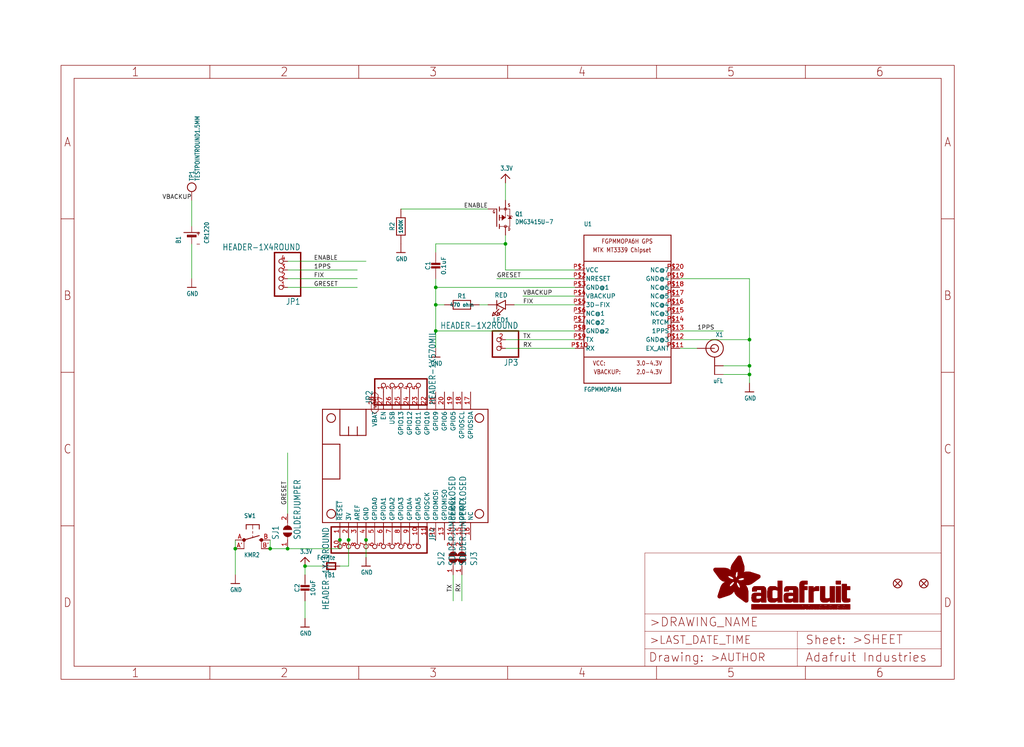
<source format=kicad_sch>
(kicad_sch (version 20211123) (generator eeschema)
  (paper "User" 298.45 217.881)
  (lib_symbols
    (symbol "eagleSchem-eagle-import:3.3V" (power)
      (property "Value" "3.3V" (at -1.524 1.016 0))
      (symbol "3.3V_1_0"
        (pin power_in line (at 0 -2.54 90) (length 2.54) (name "3.3V") (number "1"))
      )
    )
    (symbol "eagleSchem-eagle-import:ANTENNA_U.FL"
      (property "Reference" "X" (at -2.54 3.302 0))
      (property "Value" "ANTENNA_U.FL" (at -2.54 -10.16 0))
      (symbol "ANTENNA_U.FL_1_0"
        (pin passive line (at -2.54 -5.08 0) (length 2.54) (name "GND@0") (number "1"))
        (pin passive line (at -2.54 -7.62 0) (length 2.54) (name "GND@1") (number "2"))
        (pin passive line (at 5.08 0 180) (length 5.08) (name "SIGNAL") (number "3"))
      )
    )
    (symbol "eagleSchem-eagle-import:BATTERYCR1220_2"
      (property "Reference" "B" (at -2.54 3.175 0))
      (property "Value" "BATTERYCR1220_2" (at -2.54 -5.08 0))
      (symbol "BATTERYCR1220_2_1_0"
        (text "+" (at 1.27 -1.143 900) (effects (font (size 1.27 1.0795)) (justify right top)))
        (text "-" (at -1.778 -1.143 900) (effects (font (size 1.27 1.0795)) (justify right top)))
        (pin passive line (at 2.54 0 180) (length 0) (name "+") (number "+"))
        (pin passive line (at -2.54 0 0) (length 0) (name "-") (number "-"))
      )
    )
    (symbol "eagleSchem-eagle-import:CAP_CERAMIC0805-NOOUTLINE"
      (property "Reference" "C" (at -2.29 1.25 90))
      (property "Value" "CAP_CERAMIC0805-NOOUTLINE" (at 2.3 1.25 90))
      (symbol "CAP_CERAMIC0805-NOOUTLINE_1_0"
        (pin passive line (at 0 5.08 270) (length 2.54) (name "1") (number "1"))
        (pin passive line (at 0 -2.54 90) (length 2.54) (name "2") (number "2"))
      )
    )
    (symbol "eagleSchem-eagle-import:FEATHERWING"
      (symbol "FEATHERWING_1_0"
        (pin input line (at 5.08 -5.08 90) (length 5.08) (name "~{RESET}") (number "1"))
        (pin bidirectional line (at 27.94 -5.08 90) (length 5.08) (name "GPIOA5") (number "10"))
        (pin bidirectional line (at 30.48 -5.08 90) (length 5.08) (name "GPIOSCK") (number "11"))
        (pin bidirectional line (at 33.02 -5.08 90) (length 5.08) (name "GPIOMOSI") (number "12"))
        (pin bidirectional line (at 35.56 -5.08 90) (length 5.08) (name "GPIOMISO") (number "13"))
        (pin bidirectional line (at 38.1 -5.08 90) (length 5.08) (name "GPIORX") (number "14"))
        (pin bidirectional line (at 40.64 -5.08 90) (length 5.08) (name "GPIOTX") (number "15"))
        (pin passive line (at 43.18 -5.08 90) (length 5.08) (name "NC") (number "16"))
        (pin bidirectional line (at 43.18 38.1 270) (length 5.08) (name "GPIOSDA") (number "17"))
        (pin bidirectional line (at 40.64 38.1 270) (length 5.08) (name "GPIOSCL") (number "18"))
        (pin bidirectional line (at 38.1 38.1 270) (length 5.08) (name "GPIO5") (number "19"))
        (pin power_in line (at 7.62 -5.08 90) (length 5.08) (name "3V") (number "2"))
        (pin bidirectional line (at 35.56 38.1 270) (length 5.08) (name "GPIO6") (number "20"))
        (pin bidirectional line (at 33.02 38.1 270) (length 5.08) (name "GPIO9") (number "21"))
        (pin bidirectional line (at 30.48 38.1 270) (length 5.08) (name "GPIO10") (number "22"))
        (pin bidirectional line (at 27.94 38.1 270) (length 5.08) (name "GPIO11") (number "23"))
        (pin bidirectional line (at 25.4 38.1 270) (length 5.08) (name "GPIO12") (number "24"))
        (pin bidirectional line (at 22.86 38.1 270) (length 5.08) (name "GPIO13") (number "25"))
        (pin power_in line (at 20.32 38.1 270) (length 5.08) (name "USB") (number "26"))
        (pin passive line (at 17.78 38.1 270) (length 5.08) (name "EN") (number "27"))
        (pin power_in line (at 15.24 38.1 270) (length 5.08) (name "VBAT") (number "28"))
        (pin passive line (at 10.16 -5.08 90) (length 5.08) (name "AREF") (number "3"))
        (pin power_in line (at 12.7 -5.08 90) (length 5.08) (name "GND") (number "4"))
        (pin bidirectional line (at 15.24 -5.08 90) (length 5.08) (name "GPIOA0") (number "5"))
        (pin bidirectional line (at 17.78 -5.08 90) (length 5.08) (name "GPIOA1") (number "6"))
        (pin bidirectional line (at 20.32 -5.08 90) (length 5.08) (name "GPIOA2") (number "7"))
        (pin bidirectional line (at 22.86 -5.08 90) (length 5.08) (name "GPIOA3") (number "8"))
        (pin bidirectional line (at 25.4 -5.08 90) (length 5.08) (name "GPIOA4") (number "9"))
      )
    )
    (symbol "eagleSchem-eagle-import:FERRITE-0805NO"
      (property "Reference" "FB" (at -1.27 1.905 0))
      (property "Value" "FERRITE-0805NO" (at -1.27 -3.175 0))
      (symbol "FERRITE-0805NO_1_0"
        (pin passive line (at -2.54 0 0) (length 2.54) (name "P$1") (number "1"))
        (pin passive line (at 2.54 0 180) (length 2.54) (name "P$2") (number "2"))
      )
    )
    (symbol "eagleSchem-eagle-import:FIDUCIAL{dblquote}{dblquote}")
    (symbol "eagleSchem-eagle-import:FRAME_A4_ADAFRUIT"
      (symbol "FRAME_A4_ADAFRUIT_1_0"
        (text "1" (at 21.6958 1.905 0) (effects (font (size 2.54 2.286))))
        (text "1" (at 21.6958 177.165 0) (effects (font (size 2.54 2.286))))
        (text "2" (at 65.0875 1.905 0) (effects (font (size 2.54 2.286))))
        (text "2" (at 65.0875 177.165 0) (effects (font (size 2.54 2.286))))
        (text "3" (at 108.4792 1.905 0) (effects (font (size 2.54 2.286))))
        (text "3" (at 108.4792 177.165 0) (effects (font (size 2.54 2.286))))
        (text "4" (at 151.8708 1.905 0) (effects (font (size 2.54 2.286))))
        (text "4" (at 151.8708 177.165 0) (effects (font (size 2.54 2.286))))
        (text "5" (at 195.2625 1.905 0) (effects (font (size 2.54 2.286))))
        (text "5" (at 195.2625 177.165 0) (effects (font (size 2.54 2.286))))
        (text "6" (at 238.6542 1.905 0) (effects (font (size 2.54 2.286))))
        (text "6" (at 238.6542 177.165 0) (effects (font (size 2.54 2.286))))
        (text ">AUTHOR" (at 189.23 5.08 0) (effects (font (size 2.286 2.286)) (justify left bottom)))
        (text ">DRAWING_NAME" (at 171.45 15.24 0) (effects (font (size 2.54 2.54)) (justify left bottom)))
        (text ">LAST_DATE_TIME" (at 171.45 10.16 0) (effects (font (size 2.286 2.286)) (justify left bottom)))
        (text ">SHEET" (at 230.505 10.16 0) (effects (font (size 2.54 2.54)) (justify left bottom)))
        (text "A" (at 1.905 156.6863 0) (effects (font (size 2.54 2.286))))
        (text "A" (at 258.445 156.6863 0) (effects (font (size 2.54 2.286))))
        (text "Adafruit Industries" (at 216.916 4.953 0) (effects (font (size 2.54 2.54)) (justify left bottom)))
        (text "B" (at 1.905 111.9188 0) (effects (font (size 2.54 2.286))))
        (text "B" (at 258.445 111.9188 0) (effects (font (size 2.54 2.286))))
        (text "C" (at 1.905 67.1513 0) (effects (font (size 2.54 2.286))))
        (text "C" (at 258.445 67.1513 0) (effects (font (size 2.54 2.286))))
        (text "D" (at 1.905 22.3838 0) (effects (font (size 2.54 2.286))))
        (text "D" (at 258.445 22.3838 0) (effects (font (size 2.54 2.286))))
        (text "Drawing:" (at 171.196 4.953 0) (effects (font (size 2.54 2.54)) (justify left bottom)))
        (text "Sheet:" (at 216.916 10.033 0) (effects (font (size 2.54 2.54)) (justify left bottom)))
      )
    )
    (symbol "eagleSchem-eagle-import:GND" (power)
      (property "Value" "GND" (at -1.524 -2.54 0))
      (symbol "GND_1_0"
        (pin power_in line (at 0 2.54 270) (length 2.54) (name "GND") (number "1"))
      )
    )
    (symbol "eagleSchem-eagle-import:GPS_FGPMMOPA6H"
      (property "Reference" "U" (at -12.7 22.86 0))
      (property "Value" "GPS_FGPMMOPA6H" (at -12.7 -25.4 0))
      (symbol "GPS_FGPMMOPA6H_1_0"
        (text "2.0-4.3V" (at 2.54 -20.32 0) (effects (font (size 1.27 1.0795)) (justify left bottom)))
        (text "3.0-4.3V" (at 2.54 -17.78 0) (effects (font (size 1.27 1.0795)) (justify left bottom)))
        (text "FGPMMOPA6H GPS" (at -7.62 17.78 0) (effects (font (size 1.27 1.0795)) (justify left bottom)))
        (text "MTK MT3339 Chipset" (at -10.16 15.24 0) (effects (font (size 1.27 1.0795)) (justify left bottom)))
        (text "VBACKUP:" (at -9.906 -20.32 0) (effects (font (size 1.27 1.0795)) (justify left bottom)))
        (text "VCC:" (at -10.16 -17.78 0) (effects (font (size 1.27 1.0795)) (justify left bottom)))
        (pin bidirectional line (at -15.24 10.16 0) (length 2.54) (name "VCC") (number "P$1"))
        (pin bidirectional line (at -15.24 -12.7 0) (length 2.54) (name "RX") (number "P$10"))
        (pin bidirectional line (at 15.24 -12.7 180) (length 2.54) (name "EX_ANT") (number "P$11"))
        (pin bidirectional line (at 15.24 -10.16 180) (length 2.54) (name "GND@3") (number "P$12"))
        (pin bidirectional line (at 15.24 -7.62 180) (length 2.54) (name "1PPS") (number "P$13"))
        (pin bidirectional line (at 15.24 -5.08 180) (length 2.54) (name "RTCM") (number "P$14"))
        (pin bidirectional line (at 15.24 -2.54 180) (length 2.54) (name "NC@3") (number "P$15"))
        (pin bidirectional line (at 15.24 0 180) (length 2.54) (name "NC@4") (number "P$16"))
        (pin bidirectional line (at 15.24 2.54 180) (length 2.54) (name "NC@5") (number "P$17"))
        (pin bidirectional line (at 15.24 5.08 180) (length 2.54) (name "NC@6") (number "P$18"))
        (pin bidirectional line (at 15.24 7.62 180) (length 2.54) (name "GND@4") (number "P$19"))
        (pin bidirectional line (at -15.24 7.62 0) (length 2.54) (name "NRESET") (number "P$2"))
        (pin bidirectional line (at 15.24 10.16 180) (length 2.54) (name "NC@7") (number "P$20"))
        (pin bidirectional line (at -15.24 5.08 0) (length 2.54) (name "GND@1") (number "P$3"))
        (pin bidirectional line (at -15.24 2.54 0) (length 2.54) (name "VBACKUP") (number "P$4"))
        (pin bidirectional line (at -15.24 0 0) (length 2.54) (name "3D-FIX") (number "P$5"))
        (pin bidirectional line (at -15.24 -2.54 0) (length 2.54) (name "NC@1") (number "P$6"))
        (pin bidirectional line (at -15.24 -5.08 0) (length 2.54) (name "NC@2") (number "P$7"))
        (pin bidirectional line (at -15.24 -7.62 0) (length 2.54) (name "GND@2") (number "P$8"))
        (pin bidirectional line (at -15.24 -10.16 0) (length 2.54) (name "TX") (number "P$9"))
      )
    )
    (symbol "eagleSchem-eagle-import:HEADER-1X10ROUND"
      (property "Reference" "JP" (at -6.35 13.335 0))
      (property "Value" "HEADER-1X10ROUND" (at -6.35 -17.78 0))
      (symbol "HEADER-1X10ROUND_1_0"
        (pin passive inverted (at -2.54 10.16 0) (length 2.54) (name "1") (number "1"))
        (pin passive inverted (at -2.54 -12.7 0) (length 2.54) (name "10") (number "10"))
        (pin passive inverted (at -2.54 7.62 0) (length 2.54) (name "2") (number "2"))
        (pin passive inverted (at -2.54 5.08 0) (length 2.54) (name "3") (number "3"))
        (pin passive inverted (at -2.54 2.54 0) (length 2.54) (name "4") (number "4"))
        (pin passive inverted (at -2.54 0 0) (length 2.54) (name "5") (number "5"))
        (pin passive inverted (at -2.54 -2.54 0) (length 2.54) (name "6") (number "6"))
        (pin passive inverted (at -2.54 -5.08 0) (length 2.54) (name "7") (number "7"))
        (pin passive inverted (at -2.54 -7.62 0) (length 2.54) (name "8") (number "8"))
        (pin passive inverted (at -2.54 -10.16 0) (length 2.54) (name "9") (number "9"))
      )
    )
    (symbol "eagleSchem-eagle-import:HEADER-1X2ROUND"
      (property "Reference" "JP" (at -6.35 5.715 0))
      (property "Value" "HEADER-1X2ROUND" (at -6.35 -5.08 0))
      (symbol "HEADER-1X2ROUND_1_0"
        (pin passive inverted (at -2.54 2.54 0) (length 2.54) (name "1") (number "1"))
        (pin passive inverted (at -2.54 0 0) (length 2.54) (name "2") (number "2"))
      )
    )
    (symbol "eagleSchem-eagle-import:HEADER-1X4ROUND"
      (property "Reference" "JP" (at -6.35 8.255 0))
      (property "Value" "HEADER-1X4ROUND" (at -6.35 -7.62 0))
      (symbol "HEADER-1X4ROUND_1_0"
        (pin passive inverted (at -2.54 5.08 0) (length 2.54) (name "1") (number "1"))
        (pin passive inverted (at -2.54 2.54 0) (length 2.54) (name "2") (number "2"))
        (pin passive inverted (at -2.54 0 0) (length 2.54) (name "3") (number "3"))
        (pin passive inverted (at -2.54 -2.54 0) (length 2.54) (name "4") (number "4"))
      )
    )
    (symbol "eagleSchem-eagle-import:HEADER-1X570MIL"
      (property "Reference" "JP" (at -6.35 8.255 0))
      (property "Value" "HEADER-1X570MIL" (at -6.35 -10.16 0))
      (symbol "HEADER-1X570MIL_1_0"
        (pin passive inverted (at -2.54 5.08 0) (length 2.54) (name "1") (number "1"))
        (pin passive inverted (at -2.54 2.54 0) (length 2.54) (name "2") (number "2"))
        (pin passive inverted (at -2.54 0 0) (length 2.54) (name "3") (number "3"))
        (pin passive inverted (at -2.54 -2.54 0) (length 2.54) (name "4") (number "4"))
        (pin passive inverted (at -2.54 -5.08 0) (length 2.54) (name "5") (number "5"))
      )
    )
    (symbol "eagleSchem-eagle-import:LED0805_NOOUTLINE"
      (property "Reference" "D" (at -1.27 4.445 0))
      (property "Value" "LED0805_NOOUTLINE" (at -1.27 -2.794 0))
      (symbol "LED0805_NOOUTLINE_1_0"
        (pin passive line (at -5.08 0 0) (length 2.54) (name "A") (number "A"))
        (pin passive line (at 2.54 0 180) (length 2.54) (name "C") (number "C"))
      )
    )
    (symbol "eagleSchem-eagle-import:MOSFET-PWIDE"
      (property "Reference" "Q" (at 2.794 0.381 0))
      (property "Value" "MOSFET-PWIDE" (at 2.794 -1.905 0))
      (symbol "MOSFET-PWIDE_1_0"
        (text "D" (at 0.635 -3.81 0) (effects (font (size 0.8128 0.6908)) (justify left bottom)))
        (text "G" (at -3.81 1.27 0) (effects (font (size 0.8128 0.6908)) (justify left bottom)))
        (text "S" (at 0.635 3.175 0) (effects (font (size 0.8128 0.6908)) (justify left bottom)))
        (pin passive line (at -5.08 2.54 0) (length 2.54) (name "G") (number "1"))
        (pin passive line (at 0 5.08 270) (length 2.54) (name "S") (number "2"))
        (pin passive line (at 0 -5.08 90) (length 2.54) (name "D") (number "3"))
      )
    )
    (symbol "eagleSchem-eagle-import:RESISTOR0805_NOOUTLINE"
      (property "Reference" "R" (at 0 2.54 0))
      (property "Value" "RESISTOR0805_NOOUTLINE" (at 0 0 0))
      (symbol "RESISTOR0805_NOOUTLINE_1_0"
        (pin passive line (at -5.08 0 0) (length 2.54) (name "1") (number "1"))
        (pin passive line (at 5.08 0 180) (length 2.54) (name "2") (number "2"))
      )
    )
    (symbol "eagleSchem-eagle-import:SOLDERJUMPER"
      (property "Reference" "SJ" (at -2.54 2.54 0))
      (property "Value" "SOLDERJUMPER" (at -2.54 -3.81 0))
      (symbol "SOLDERJUMPER_1_0"
        (pin passive line (at -5.08 0 0) (length 2.54) (name "1") (number "1"))
        (pin passive line (at 5.08 0 180) (length 2.54) (name "2") (number "2"))
      )
    )
    (symbol "eagleSchem-eagle-import:SOLDERJUMPERCLOSED"
      (property "Reference" "SJ" (at -2.54 2.54 0))
      (property "Value" "SOLDERJUMPERCLOSED" (at -2.54 -3.81 0))
      (symbol "SOLDERJUMPERCLOSED_1_0"
        (pin passive line (at -5.08 0 0) (length 2.54) (name "1") (number "1"))
        (pin passive line (at 5.08 0 180) (length 2.54) (name "2") (number "2"))
      )
    )
    (symbol "eagleSchem-eagle-import:SWITCH_TACT_SMT4.6X2.8"
      (property "Reference" "SW" (at -2.54 6.35 0))
      (property "Value" "SWITCH_TACT_SMT4.6X2.8" (at -2.54 -5.08 0))
      (symbol "SWITCH_TACT_SMT4.6X2.8_1_0"
        (pin passive line (at -5.08 0 0) (length 2.54) (name "P") (number "A"))
        (pin passive line (at -5.08 -2.54 0) (length 2.54) (name "P1") (number "A'"))
        (pin passive line (at 5.08 0 180) (length 2.54) (name "S") (number "B"))
        (pin passive line (at 5.08 -2.54 180) (length 2.54) (name "S1") (number "B'"))
      )
    )
    (symbol "eagleSchem-eagle-import:TESTPOINTROUND1.5MM"
      (property "Reference" "TP" (at 0 5.588 90))
      (property "Value" "TESTPOINTROUND1.5MM" (at 1.651 5.588 90))
      (symbol "TESTPOINTROUND1.5MM_1_0"
        (pin bidirectional line (at 0 0 90) (length 2.54) (name "P$1") (number "P$1"))
      )
    )
  )
  (junction (at 83.82 160.02))
  (junction (at 88.9 165.1))
  (junction (at 147.32 71.12))
  (junction (at 68.58 160.02))
  (junction (at 127 83.82))
  (junction (at 218.44 109.22))
  (junction (at 218.44 99.06))
  (junction (at 218.44 106.68))
  (junction (at 78.74 160.02))
  (junction (at 101.6 157.48))
  (junction (at 127 96.52))
  (junction (at 106.68 157.48))
  (junction (at 127 88.9))
  (junction (at 99.06 157.48))
  (wire (pts (xy 68.58 157.48) (xy 68.58 160.02)))
  (wire (pts (xy 106.68 162.56) (xy 106.68 157.48)))
  (wire (pts (xy 68.58 160.02) (xy 68.58 167.64)))
  (wire (pts (xy 210.82 106.68) (xy 218.44 106.68)))
  (wire (pts (xy 198.12 101.6) (xy 203.2 101.6)))
  (wire (pts (xy 167.64 101.6) (xy 147.32 101.6)))
  (wire (pts (xy 167.64 96.52) (xy 127 96.52)))
  (wire (pts (xy 55.88 71.12) (xy 55.88 81.28)))
  (wire (pts (xy 88.9 175.26) (xy 88.9 180.34)))
  (wire (pts (xy 127 83.82) (xy 127 88.9)))
  (wire (pts (xy 147.32 53.34) (xy 147.32 58.42)))
  (wire (pts (xy 104.14 83.82) (xy 83.82 83.82)))
  (wire (pts (xy 218.44 106.68) (xy 218.44 109.22)))
  (wire (pts (xy 83.82 149.86) (xy 83.82 132.08)))
  (wire (pts (xy 78.74 160.02) (xy 83.82 160.02)))
  (wire (pts (xy 218.44 109.22) (xy 218.44 111.76)))
  (wire (pts (xy 142.24 88.9) (xy 139.7 88.9)))
  (wire (pts (xy 83.82 76.2) (xy 106.68 76.2)))
  (wire (pts (xy 198.12 96.52) (xy 210.82 96.52)))
  (wire (pts (xy 88.9 165.1) (xy 88.9 167.64)))
  (wire (pts (xy 99.06 160.02) (xy 99.06 157.48)))
  (wire (pts (xy 167.64 78.74) (xy 147.32 78.74)))
  (wire (pts (xy 55.88 66.04) (xy 55.88 58.42)))
  (wire (pts (xy 83.82 160.02) (xy 99.06 160.02)))
  (wire (pts (xy 93.98 165.1) (xy 88.9 165.1)))
  (wire (pts (xy 167.64 99.06) (xy 147.32 99.06)))
  (wire (pts (xy 142.24 60.96) (xy 116.84 60.96)))
  (wire (pts (xy 83.82 78.74) (xy 104.14 78.74)))
  (wire (pts (xy 101.6 165.1) (xy 99.06 165.1)))
  (wire (pts (xy 127 96.52) (xy 127 101.6)))
  (wire (pts (xy 127 73.66) (xy 127 71.12)))
  (wire (pts (xy 129.54 88.9) (xy 127 88.9)))
  (wire (pts (xy 101.6 157.48) (xy 101.6 165.1)))
  (wire (pts (xy 78.74 157.48) (xy 78.74 160.02)))
  (wire (pts (xy 167.64 81.28) (xy 144.78 81.28)))
  (wire (pts (xy 218.44 99.06) (xy 218.44 106.68)))
  (wire (pts (xy 167.64 88.9) (xy 149.86 88.9)))
  (wire (pts (xy 127 71.12) (xy 147.32 71.12)))
  (wire (pts (xy 147.32 71.12) (xy 147.32 78.74)))
  (wire (pts (xy 134.62 167.64) (xy 134.62 175.26)))
  (wire (pts (xy 83.82 81.28) (xy 104.14 81.28)))
  (wire (pts (xy 218.44 81.28) (xy 218.44 99.06)))
  (wire (pts (xy 198.12 81.28) (xy 218.44 81.28)))
  (wire (pts (xy 167.64 86.36) (xy 152.4 86.36)))
  (wire (pts (xy 198.12 99.06) (xy 218.44 99.06)))
  (wire (pts (xy 132.08 167.64) (xy 132.08 175.26)))
  (wire (pts (xy 210.82 109.22) (xy 218.44 109.22)))
  (wire (pts (xy 147.32 68.58) (xy 147.32 71.12)))
  (wire (pts (xy 127 81.28) (xy 127 83.82)))
  (wire (pts (xy 127 88.9) (xy 127 96.52)))
  (wire (pts (xy 167.64 83.82) (xy 127 83.82)))
  (label "GRESET" (at 144.78 81.28 0) (effects (font (size 1.2446 1.2446))))
  (label "GRESET" (at 91.44 83.82 0) (effects (font (size 1.2446 1.2446))))
  (label "TX" (at 132.08 172.72 90) (effects (font (size 1.2446 1.2446))))
  (label "ENABLE" (at 91.44 76.2 0) (effects (font (size 1.2446 1.2446))))
  (label "VBACKUP" (at 152.4 86.36 0) (effects (font (size 1.2446 1.2446))))
  (label "FIX" (at 152.4 88.9 0) (effects (font (size 1.2446 1.2446))))
  (label "ENABLE" (at 142.24 60.96 180) (effects (font (size 1.2446 1.2446))))
  (label "1PPS" (at 91.44 78.74 0) (effects (font (size 1.2446 1.2446))))
  (label "RX" (at 134.62 172.72 90) (effects (font (size 1.2446 1.2446))))
  (label "VBACKUP" (at 55.88 58.42 180) (effects (font (size 1.2446 1.2446))))
  (label "TX" (at 152.4 99.06 0) (effects (font (size 1.2446 1.2446))))
  (label "FIX" (at 91.44 81.28 0) (effects (font (size 1.2446 1.2446))))
  (label "GRESET" (at 83.82 147.32 90) (effects (font (size 1.2446 1.2446))))
  (label "1PPS" (at 203.2 96.52 0) (effects (font (size 1.2446 1.2446))))
  (label "RX" (at 152.4 101.6 0) (effects (font (size 1.2446 1.2446))))
  (global_label "VBAT" (shape bidirectional) (at 109.22 114.3 270) (effects (font (size 1.016 1.016))) (property "Intersheet References" "${INTERSHEET_REFS}" (effects hide)))
  (symbol (lib_id "eagleSchem-eagle-import:HEADER-1X570MIL") (at 116.84 111.76 90) (unit 1)
    (property "Reference" "JP2" (at 108.585 118.11 0) (effects (font (size 1.778 1.5113)) (justify left bottom)))
    (property "Value" "HEADER-1X570MIL" (at 127 118.11 0) (effects (font (size 1.778 1.5113)) (justify left bottom)))
    (property "Footprint" "eagleSchem:1X05_ROUND_70" (effects hide))
  )
  (symbol (lib_id "eagleSchem-eagle-import:CAP_CERAMIC0805-NOOUTLINE") (at 88.9 172.72 0) (unit 1)
    (property "Reference" "C2" (at 86.61 171.47 90))
    (property "Value" "10uF" (at 91.2 171.47 90))
    (property "Footprint" "eagleSchem:0805-NO" (effects hide))
  )
  (symbol (lib_id "eagleSchem-eagle-import:GPS_FGPMMOPA6H") (at 182.88 88.9 0) (unit 1)
    (property "Reference" "U1" (at 170.18 66.04 0) (effects (font (size 1.27 1.0795)) (justify left bottom)))
    (property "Value" "FGPMMOPA6H" (at 170.18 114.3 0) (effects (font (size 1.27 1.0795)) (justify left bottom)))
    (property "Footprint" "eagleSchem:FGPMMOPA6H" (effects hide))
  )
  (symbol (lib_id "eagleSchem-eagle-import:GND") (at 218.44 114.3 0) (unit 1)
    (property "Reference" "#U$19" (effects hide))
    (property "Value" "GND" (at 216.916 116.84 0) (effects (font (size 1.27 1.0795)) (justify left bottom)))
    (property "Footprint" "eagleSchem:" (effects hide))
  )
  (symbol (lib_id "eagleSchem-eagle-import:TESTPOINTROUND1.5MM") (at 55.88 58.42 0) (unit 1)
    (property "Reference" "TP1" (at 55.88 52.832 90) (effects (font (size 1.27 1.0795)) (justify left)))
    (property "Value" "TESTPOINTROUND1.5MM" (at 57.531 52.832 90) (effects (font (size 1.27 1.0795)) (justify left)))
    (property "Footprint" "eagleSchem:TESTPOINT_ROUND_1.5MM" (effects hide))
  )
  (symbol (lib_id "eagleSchem-eagle-import:SOLDERJUMPER") (at 83.82 154.94 90) (unit 1)
    (property "Reference" "SJ1" (at 81.28 157.48 0) (effects (font (size 1.778 1.5113)) (justify left bottom)))
    (property "Value" "SOLDERJUMPER" (at 87.63 157.48 0) (effects (font (size 1.778 1.5113)) (justify left bottom)))
    (property "Footprint" "eagleSchem:SOLDERJUMPER_ARROW_NOPASTE" (effects hide))
  )
  (symbol (lib_id "eagleSchem-eagle-import:GND") (at 106.68 165.1 0) (unit 1)
    (property "Reference" "#U$8" (effects hide))
    (property "Value" "GND" (at 105.156 167.64 0) (effects (font (size 1.27 1.0795)) (justify left bottom)))
    (property "Footprint" "eagleSchem:" (effects hide))
  )
  (symbol (lib_id "eagleSchem-eagle-import:RESISTOR0805_NOOUTLINE") (at 116.84 66.04 90) (unit 1)
    (property "Reference" "R2" (at 114.3 66.04 0))
    (property "Value" "100K" (at 116.84 66.04 0) (effects (font (size 1.016 1.016) bold)))
    (property "Footprint" "eagleSchem:0805-NO" (effects hide))
  )
  (symbol (lib_id "eagleSchem-eagle-import:BATTERYCR1220_2") (at 55.88 68.58 90) (unit 1)
    (property "Reference" "B1" (at 52.705 71.12 0) (effects (font (size 1.27 1.0795)) (justify left bottom)))
    (property "Value" "CR1220" (at 60.96 71.12 0) (effects (font (size 1.27 1.0795)) (justify left bottom)))
    (property "Footprint" "eagleSchem:CR1220-2" (effects hide))
  )
  (symbol (lib_id "eagleSchem-eagle-import:GND") (at 116.84 73.66 0) (unit 1)
    (property "Reference" "#U$7" (effects hide))
    (property "Value" "GND" (at 115.316 76.2 0) (effects (font (size 1.27 1.0795)) (justify left bottom)))
    (property "Footprint" "eagleSchem:" (effects hide))
  )
  (symbol (lib_id "eagleSchem-eagle-import:CAP_CERAMIC0805-NOOUTLINE") (at 127 78.74 0) (unit 1)
    (property "Reference" "C1" (at 124.71 77.49 90))
    (property "Value" "0.1uF" (at 129.3 77.49 90))
    (property "Footprint" "eagleSchem:0805-NO" (effects hide))
  )
  (symbol (lib_id "eagleSchem-eagle-import:LED0805_NOOUTLINE") (at 144.78 88.9 180) (unit 1)
    (property "Reference" "LED1" (at 146.05 93.345 0))
    (property "Value" "RED" (at 146.05 86.106 0))
    (property "Footprint" "eagleSchem:CHIPLED_0805_NOOUTLINE" (effects hide))
  )
  (symbol (lib_id "eagleSchem-eagle-import:FEATHERWING") (at 93.98 152.4 0) (unit 1)
    (property "Reference" "MS1" (effects hide))
    (property "Value" "FEATHERWING" (effects hide))
    (property "Footprint" "eagleSchem:FEATHERWING" (effects hide))
  )
  (symbol (lib_id "eagleSchem-eagle-import:FERRITE-0805NO") (at 96.52 165.1 180) (unit 1)
    (property "Reference" "FB1" (at 97.79 167.005 0) (effects (font (size 1.27 1.0795)) (justify left bottom)))
    (property "Value" "Ferrite" (at 97.79 161.925 0) (effects (font (size 1.27 1.0795)) (justify left bottom)))
    (property "Footprint" "eagleSchem:0805-NO" (effects hide))
  )
  (symbol (lib_id "eagleSchem-eagle-import:3.3V") (at 88.9 162.56 0) (unit 1)
    (property "Reference" "#U$3" (effects hide))
    (property "Value" "3.3V" (at 87.376 161.544 0) (effects (font (size 1.27 1.0795)) (justify left bottom)))
    (property "Footprint" "eagleSchem:" (effects hide))
  )
  (symbol (lib_id "eagleSchem-eagle-import:FIDUCIAL{dblquote}{dblquote}") (at 269.24 170.18 0) (unit 1)
    (property "Reference" "FID1" (effects hide))
    (property "Value" "FIDUCIAL{dblquote}{dblquote}" (effects hide))
    (property "Footprint" "eagleSchem:FIDUCIAL_1MM" (effects hide))
  )
  (symbol (lib_id "eagleSchem-eagle-import:HEADER-1X10ROUND") (at 111.76 160.02 270) (unit 1)
    (property "Reference" "JP4" (at 125.095 153.67 0) (effects (font (size 1.778 1.5113)) (justify left bottom)))
    (property "Value" "HEADER-1X10ROUND" (at 93.98 153.67 0) (effects (font (size 1.778 1.5113)) (justify left bottom)))
    (property "Footprint" "eagleSchem:1X10_ROUND" (effects hide))
  )
  (symbol (lib_id "eagleSchem-eagle-import:3.3V") (at 147.32 50.8 0) (unit 1)
    (property "Reference" "#U$4" (effects hide))
    (property "Value" "3.3V" (at 145.796 49.784 0) (effects (font (size 1.27 1.0795)) (justify left bottom)))
    (property "Footprint" "eagleSchem:" (effects hide))
  )
  (symbol (lib_id "eagleSchem-eagle-import:ANTENNA_U.FL") (at 208.28 101.6 0) (mirror y) (unit 1)
    (property "Reference" "X1" (at 210.82 98.298 0) (effects (font (size 1.27 1.0795)) (justify left bottom)))
    (property "Value" "uFL" (at 210.82 111.76 0) (effects (font (size 1.27 1.0795)) (justify left bottom)))
    (property "Footprint" "eagleSchem:U.FL" (effects hide))
  )
  (symbol (lib_id "eagleSchem-eagle-import:GND") (at 88.9 182.88 0) (unit 1)
    (property "Reference" "#U$5" (effects hide))
    (property "Value" "GND" (at 87.376 185.42 0) (effects (font (size 1.27 1.0795)) (justify left bottom)))
    (property "Footprint" "eagleSchem:" (effects hide))
  )
  (symbol (lib_id "eagleSchem-eagle-import:SOLDERJUMPERCLOSED") (at 132.08 162.56 90) (unit 1)
    (property "Reference" "SJ2" (at 129.54 165.1 0) (effects (font (size 1.778 1.5113)) (justify left bottom)))
    (property "Value" "SOLDERJUMPERCLOSED" (at 135.89 165.1 0) (effects (font (size 1.778 1.5113)) (justify left bottom)))
    (property "Footprint" "eagleSchem:SOLDERJUMPER_CLOSEDWIRE" (effects hide))
  )
  (symbol (lib_id "eagleSchem-eagle-import:FIDUCIAL{dblquote}{dblquote}") (at 261.62 170.18 0) (unit 1)
    (property "Reference" "FID2" (effects hide))
    (property "Value" "FIDUCIAL{dblquote}{dblquote}" (effects hide))
    (property "Footprint" "eagleSchem:FIDUCIAL_1MM" (effects hide))
  )
  (symbol (lib_id "eagleSchem-eagle-import:FRAME_A4_ADAFRUIT") (at 17.78 198.12 0) (unit 1)
    (property "Reference" "#U$1" (effects hide))
    (property "Value" "FRAME_A4_ADAFRUIT" (effects hide))
    (property "Footprint" "eagleSchem:" (effects hide))
  )
  (symbol (lib_id "eagleSchem-eagle-import:RESISTOR0805_NOOUTLINE") (at 134.62 88.9 0) (unit 1)
    (property "Reference" "R1" (at 134.62 86.36 0))
    (property "Value" "470 ohm" (at 134.62 88.9 0) (effects (font (size 1.016 1.016) bold)))
    (property "Footprint" "eagleSchem:0805-NO" (effects hide))
  )
  (symbol (lib_id "eagleSchem-eagle-import:SOLDERJUMPERCLOSED") (at 134.62 162.56 270) (mirror x) (unit 1)
    (property "Reference" "SJ3" (at 137.16 165.1 0) (effects (font (size 1.778 1.5113)) (justify left bottom)))
    (property "Value" "SOLDERJUMPERCLOSED" (at 130.81 165.1 0) (effects (font (size 1.778 1.5113)) (justify left bottom)))
    (property "Footprint" "eagleSchem:SOLDERJUMPER_CLOSEDWIRE" (effects hide))
  )
  (symbol (lib_id "eagleSchem-eagle-import:GND") (at 55.88 83.82 0) (unit 1)
    (property "Reference" "#U$14" (effects hide))
    (property "Value" "GND" (at 54.356 86.36 0) (effects (font (size 1.27 1.0795)) (justify left bottom)))
    (property "Footprint" "eagleSchem:" (effects hide))
  )
  (symbol (lib_id "eagleSchem-eagle-import:GND") (at 127 104.14 0) (unit 1)
    (property "Reference" "#U$2" (effects hide))
    (property "Value" "GND" (at 125.476 106.68 0) (effects (font (size 1.27 1.0795)) (justify left bottom)))
    (property "Footprint" "eagleSchem:" (effects hide))
  )
  (symbol (lib_id "eagleSchem-eagle-import:GND") (at 68.58 170.18 0) (unit 1)
    (property "Reference" "#U$6" (effects hide))
    (property "Value" "GND" (at 67.056 172.72 0) (effects (font (size 1.27 1.0795)) (justify left bottom)))
    (property "Footprint" "eagleSchem:" (effects hide))
  )
  (symbol (lib_id "eagleSchem-eagle-import:SWITCH_TACT_SMT4.6X2.8") (at 73.66 157.48 0) (unit 1)
    (property "Reference" "SW1" (at 71.12 151.13 0) (effects (font (size 1.27 1.0795)) (justify left bottom)))
    (property "Value" "KMR2" (at 71.12 162.56 0) (effects (font (size 1.27 1.0795)) (justify left bottom)))
    (property "Footprint" "eagleSchem:BTN_KMR2_4.6X2.8" (effects hide))
  )
  (symbol (lib_id "eagleSchem-eagle-import:HEADER-1X4ROUND") (at 81.28 78.74 180) (unit 1)
    (property "Reference" "JP1" (at 87.63 86.995 0) (effects (font (size 1.778 1.5113)) (justify left bottom)))
    (property "Value" "HEADER-1X4ROUND" (at 87.63 71.12 0) (effects (font (size 1.778 1.5113)) (justify left bottom)))
    (property "Footprint" "eagleSchem:1X04_ROUND" (effects hide))
  )
  (symbol (lib_id "eagleSchem-eagle-import:HEADER-1X2ROUND") (at 144.78 99.06 180) (unit 1)
    (property "Reference" "JP3" (at 151.13 104.775 0) (effects (font (size 1.778 1.5113)) (justify left bottom)))
    (property "Value" "HEADER-1X2ROUND" (at 151.13 93.98 0) (effects (font (size 1.778 1.5113)) (justify left bottom)))
    (property "Footprint" "eagleSchem:1X02_ROUND" (effects hide))
  )
  (symbol (lib_id "eagleSchem-eagle-import:MOSFET-PWIDE") (at 147.32 63.5 0) (unit 1)
    (property "Reference" "Q1" (at 150.114 63.119 0) (effects (font (size 1.27 1.0795)) (justify left bottom)))
    (property "Value" "DMG3415U-7 " (at 150.114 65.405 0) (effects (font (size 1.27 1.0795)) (justify left bottom)))
    (property "Footprint" "eagleSchem:SOT23-WIDE" (effects hide))
  )
)
</source>
